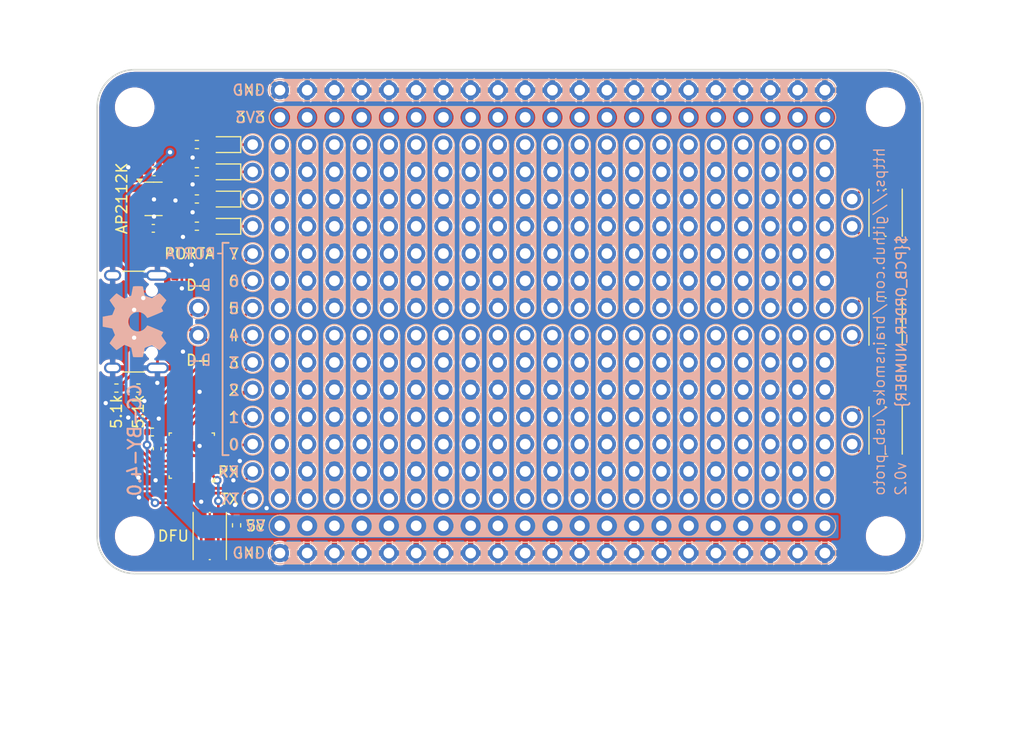
<source format=kicad_pcb>
(kicad_pcb (version 20240108) (generator "pcbnew") (generator_version "8.0")
  (layers (0 "F.Cu" signal) (31 "B.Cu" signal) (34 "B.Paste" user) (35 "F.Paste" user) (36 "B.SilkS" user "B.Silkscreen") (37 "F.SilkS" user "F.Silkscreen") (38 "B.Mask" user) (39 "F.Mask" user) (44 "Edge.Cuts" user))
  (net 0 "")
  (net 1 "GND")
  (net 2 "VCC")
  (net 3 "D+")
  (net 5 "D-")
  (net 6 "Net-(J1-CC2)")
  (net 7 "Net-(J1-CC1)")
  (net 9 "Net-(J6-Pin_1)")
  (net 10 "Net-(J7-Pin_1)")
  (net 11 "3V3")
  (net 12 "Net-(J8-Pin_1)")
  (net 13 "Net-(J9-Pin_1)")
  (net 14 "Net-(J10-Pin_1)")
  (net 15 "Net-(J11-Pin_1)")
  (net 16 "Net-(J12-Pin_1)")
  (net 17 "Net-(J13-Pin_1)")
  (net 18 "Net-(J14-Pin_1)")
  (net 19 "Net-(J15-Pin_1)")
  (net 20 "Net-(J16-Pin_1)")
  (net 21 "Net-(J17-Pin_1)")
  (net 22 "Net-(J18-Pin_1)")
  (net 23 "Net-(J19-Pin_1)")
  (net 24 "Net-(J20-Pin_1)")
  (net 25 "Net-(J21-Pin_1)")
  (net 26 "Net-(J22-Pin_1)")
  (net 27 "Net-(J23-Pin_1)")
  (net 28 "Net-(J24-Pin_1)")
  (net 29 "Net-(J25-Pin_1)")
  (net 30 "Net-(J26-Pin_1)")
  (net 31 "Net-(J27-Pin_1)")
  (net 32 "Net-(J28-Pin_1)")
  (net 33 "Net-(J29-Pin_1)")
  (net 34 "Net-(J30-Pin_1)")
  (net 35 "Net-(J31-Pin_1)")
  (net 36 "Net-(J32-Pin_1)")
  (net 37 "Net-(J33-Pin_1)")
  (net 38 "Net-(J34-Pin_1)")
  (net 39 "Net-(J35-Pin_1)")
  (net 40 "Net-(J36-Pin_1)")
  (net 41 "Net-(J37-Pin_1)")
  (net 43 "A0")
  (net 44 "TX")
  (net 45 "A1")
  (net 46 "A7")
  (net 48 "A2")
  (net 50 "A6")
  (net 51 "A4")
  (net 54 "A5")
  (net 55 "A3")
  (net 56 "Net-(J40-Pin_1)")
  (net 57 "Net-(J41-Pin_1)")
  (net 59 "Net-(J42-Pin_1)")
  (net 63 "Net-(J43-Pin_1)")
  (net 64 "RX")
  (net 65 "Net-(J44-Pin_1)")
  (net 66 "Net-(J45-Pin_1)")
  (net 67 "Net-(SW1-B)")
  (net 68 "SWDCLK")
  (net 69 "SWDIO")
  (net 70 "Net-(J47-Pin_1)")
  (net 71 "Net-(J48-Pin_1)")
  (net 72 "Net-(J49-Pin_1)")
  (net 73 "Net-(J50-Pin_1)")
  (net 74 "Net-(J51-Pin_1)")
  (net 75 "Net-(J52-Pin_1)")
  (net 76 "Net-(J53-Pin_1)")
  (net 77 "Net-(J54-Pin_1)")
  (net 78 "Net-(J55-Pin_1)")
  (net 79 "Net-(J56-Pin_1)")
  (net 80 "Net-(D1-K)")
  (net 81 "Net-(D1-A)")
  (net 82 "Net-(D2-K)")
  (net 83 "Net-(D2-A)")
  (net 84 "Net-(D3-A)")
  (net 85 "Net-(D3-K)")
  (net 86 "Net-(D4-A)")
  (net 87 "Net-(D4-K)")
  (footprint "Library:PinHeader_1x07_P2.54mm_Vertical" (layer "F.Cu") (at 10.16 -16.51)
    (property "Reference" "J9" (hide yes))
    (property "Value" "Conn_01x07_Pin" (hide yes))
  )
  (footprint "MountingHole:MountingHole_3.2mm_M3_DIN965" (layer "F.Cu") (at 59 20)
    (property "Reference" "REF**" (hide yes))
    (property "Value" "MountingHole_3.2mm_M3_DIN965")
  )
  (footprint "Library:PinHeader_1x07_P2.54mm_Vertical" (layer "F.Cu") (at 53.34 -16.51)
    (property "Reference" "J51" (hide yes))
    (property "Value" "Conn_01x07_Pin" (hide yes))
  )
  (footprint "Library:USB_C_Receptacle_HRO_TYPE-C-31-M-12" (layer "F.Cu") (at -12.005 0 -90)
    (property "Reference" "J1" (hide yes))
    (property "Value" "USB_C_Receptacle_USB2.0")
  )
  (footprint "Library:PinHeader_1x07_P2.54mm_Vertical" (layer "F.Cu") (at 35.56 -16.51)
    (property "Reference" "J19" (hide yes))
    (property "Value" "Conn_01x07_Pin" (hide yes))
  )
  (footprint "Library:PinHeader_1x07_P2.54mm_Vertical" (layer "F.Cu") (at 43.18 1.27)
    (property "Reference" "J52" (hide yes))
    (property "Value" "Conn_01x07_Pin" (hide yes))
  )
  (footprint "Button_Switch_SMD:SW_Push_1P1T_NO_CK_KMR2" (layer "F.Cu") (at 59 0 90)
    (property "Reference" "SW3" (hide yes))
    (property "Value" "SW_SPST")
  )
  (footprint "Library:PinHeader_1x07_P2.54mm_Vertical" (layer "F.Cu") (at 10.16 1.27)
    (property "Reference" "J25" (hide yes))
    (property "Value" "Conn_01x07_Pin" (hide yes))
  )
  (footprint "Library:PinHeader_1x04" (layer "F.Cu") (at 0 -16.51)
    (property "Reference" "J57" (hide yes))
    (property "Value" "Conn_01x04_Pin" (hide yes))
  )
  (footprint "Library:PinHeader_1x07_P2.54mm_Vertical" (layer "F.Cu") (at 25.4 -16.51)
    (property "Reference" "J15" (hide yes))
    (property "Value" "Conn_01x07_Pin" (hide yes))
  )
  (footprint "Library:PinHeader_1x21_P2.54mm_Vertical" (layer "F.Cu") (at 2.54 21.59 90)
    (property "Reference" "J2" (hide yes))
    (property "Value" "Conn_01x21_Pin")
  )
  (footprint "Library:PinHeader_1x07_P2.54mm_Vertical" (layer "F.Cu") (at 45.72 -16.51)
    (property "Reference" "J48" (hide yes))
    (property "Value" "Conn_01x07_Pin" (hide yes))
  )
  (footprint "Library:PinSocket_1x01" (layer "F.Cu") (at 55.88 -8.89)
    (property "Reference" "J43" (hide yes))
    (property "Value" "Conn_01x01_Pin")
  )
  (footprint "LED_SMD:LED_0603_1608Metric" (layer "F.Cu") (at -2.6 -11.43 180)
    (property "Reference" "D3" (hide yes))
    (property "Value" "LED")
  )
  (footprint "Library:PinHeader_1x07_P2.54mm_Vertical" (layer "F.Cu") (at 15.24 -16.51)
    (property "Reference" "J11" (hide yes))
    (property "Value" "Conn_01x07_Pin" (hide yes))
  )
  (footprint "Button_Switch_SMD:SW_Push_1P1T_NO_CK_KMR2" (layer "F.Cu") (at -4 20 90)
    (property "Reference" "SW1" (hide yes))
    (property "Value" "SW_SPST")
  )
  (footprint "Library:PinHeader_1x07_P2.54mm_Vertical" (layer "F.Cu") (at 38.1 1.27)
    (property "Reference" "J36" (hide yes))
    (property "Value" "Conn_01x07_Pin" (hide yes))
  )
  (footprint "Library:PinHeader_1x07_P2.54mm_Vertical" (layer "F.Cu") (at 53.34 1.27)
    (property "Reference" "J56" (hide yes))
    (property "Value" "Conn_01x07_Pin" (hide yes))
  )
  (footprint "Capacitor_SMD:C_0402_1005Metric" (layer "F.Cu") (at -9.2 -13.97 180)
    (property "Reference" "C2" (hide yes))
    (property "Value" "1uF")
  )
  (footprint "Library:SWDHeader_covered" (layer "F.Cu") (at -12.7 11.43)
    (property "Reference" "J39" (hide yes))
    (property "Value" "~" (hide yes))
  )
  (footprint "Package_DFN_QFN:QFN-28_4x4mm_P0.5mm" (layer "F.Cu") (at -5.6775 12.5 180)
    (property "Reference" "U1" (hide yes))
    (property "Value" "STM32F042G6Ux")
  )
  (footprint "Library:PinHeader_1x07_P2.54mm_Vertical" (layer "F.Cu") (at 15.24 1.27)
    (property "Reference" "J27" (hide yes))
    (property "Value" "Conn_01x07_Pin" (hide yes))
  )
  (footprint "MountingHole:MountingHole_3.2mm_M3_DIN965" (layer "F.Cu") (at 59 -20)
    (property "Reference" "REF**" (hide yes))
    (property "Value" "MountingHole_3.2mm_M3_DIN965")
  )
  (footprint "Button_Switch_SMD:SW_Push_1P1T_NO_CK_KMR2" (layer "F.Cu") (at 59 10.16 90)
    (property "Reference" "SW4" (hide yes))
    (property "Value" "SW_SPST")
  )
  (footprint "Capacitor_SMD:C_0402_1005Metric" (layer "F.Cu") (at -9.2625 -8.7)
    (property "Reference" "C1" (hide yes))
    (property "Value" "1uF")
  )
  (footprint "LED_SMD:LED_0603_1608Metric" (layer "F.Cu") (at -2.6 -16.51 180)
    (property "Reference" "D1" (hide yes))
    (property "Value" "LED")
  )
  (footprint "Library:PinHeader_1x07_P2.54mm_Vertical" (layer "F.Cu") (at 5.08 1.27)
    (property "Reference" "J23" (hide yes))
    (property "Value" "Conn_01x07_Pin" (hide yes))
  )
  (footprint "Library:PinHeader_1x07_P2.54mm_Vertical" (layer "F.Cu") (at 38.1 -16.51)
    (property "Reference" "J20" (hide yes))
    (property "Value" "Conn_01x07_Pin" (hide yes))
  )
  (footprint "LED_SMD:LED_0603_1608Metric" (layer "F.Cu") (at -2.6 -8.89 180)
    (property "Reference" "D4" (hide yes))
    (property "Value" "LED")
  )
  (footprint "Library:PinHeader_1x07_P2.54mm_Vertical" (layer "F.Cu") (at 40.64 1.27)
    (property "Reference" "J37" (hide yes))
    (property "Value" "Conn_01x07_Pin" (hide yes))
  )
  (footprint "Library:PinHeader_1x07_P2.54mm_Vertical" (layer "F.Cu") (at 2.54 1.27)
    (property "Reference" "J22" (hide yes))
    (property "Value" "Conn_01x07_Pin" (hide yes))
  )
  (footprint "MountingHole:MountingHole_3.2mm_M3_DIN965" (layer "F.Cu") (at -11 20)
    (property "Reference" "REF**" (hide yes))
    (property "Value" "MountingHole_3.2mm_M3_DIN965")
  )
  (footprint "Library:STM32IOHeader" (layer "F.Cu") (at 0 -6.35)
    (property "Reference" "J38" (hide yes))
    (property "Value" "Conn_01x10_Pin" (hide yes))
  )
  (footprint "Capacitor_SMD:C_0402_1005Metric" (layer "F.Cu") (at -8.9 11.85 90)
    (property "Reference" "C3" (hide yes))
    (property "Value" "1uF")
  )
  (footprint "Library:PinHeader_1x02" (layer "F.Cu") (at -5.08 1.27 180)
    (property "Reference" "J46" (hide yes))
    (property "Value" "Conn_01x02_Pin" (hide yes))
  )
  (footprint "Capacitor_SMD:C_0402_1005Metric" (layer "F.Cu") (at -9.35 10.3)
    (property "Reference" "C4" (hide yes))
    (property "Value" "1uF")
  )
  (footprint "Library:PinHeader_1x07_P2.54mm_Vertical" (layer "F.Cu") (at 7.62 1.27)
    (property "Reference" "J24" (hide yes))
    (property "Value" "Conn_01x07_Pin" (hide yes))
  )
  (footprint "Resistor_SMD:R_0402_1005Metric" (layer "F.Cu") (at -1.5 19 -90)
    (property "Reference" "R3" (hide yes))
    (property "Value" "5.1k")
  )
  (footprint "Library:PinHeader_1x07_P2.54mm_Vertical" (layer "F.Cu") (at 22.86 -16.51)
    (property "Reference" "J14" (hide yes))
    (property "Value" "Conn_01x07_Pin" (hide yes))
  )
  (footprint "Library:PinHeader_1x07_P2.54mm_Vertical" (layer "F.Cu") (at 12.7 1.27)
    (property "Reference" "J26" (hide yes))
    (property "Value" "Conn_01x07_Pin" (hide yes))
  )
  (footprint "Library:PinHeader_1x07_P2.54mm_Vertical" (layer "F.Cu") (at 27.94 -16.51)
    (property "Reference" "J16" (hide yes))
    (property "Value" "Conn_01x07_Pin" (hide yes))
  )
  (footprint "Library:PinHeader_1x07_P2.54mm_Vertical" (layer "F.Cu") (at 48.26 1.27)
    (property "Reference" "J54" (hide yes))
    (property "Value" "Conn_01x07_Pin" (hide yes))
  )
  (footprint "Package_TO_SOT_SMD:SOT-23-5" (layer "F.Cu") (at -9.2375 -11.45)
    (property "Reference" "U2" (hide yes))
    (property "Value" "AP2112K-3.3")
  )
  (footprint "Library:PinHeader_1x07_P2.54mm_Vertical" (layer "F.Cu") (at 33.02 1.27)
    (property "Reference" "J34" (hide yes))
    (property "Value" "Conn_01x07_Pin" (hide yes))
  )
  (footprint "Library:PinHeader_1x07_P2.54mm_Vertical" (layer "F.Cu") (at 20.32 1.27)
    (property "Reference" "J29" (hide yes))
    (property "Value" "Conn_01x07_Pin" (hide yes))
  )
  (footprint "Library:PinHeader_1x07_P2.54mm_Vertical" (layer "F.Cu") (at 12.7 -16.51)
    (property "Reference" "J10" (hide yes))
    (property "Value" "Conn_01x07_Pin" (hide yes))
  )
  (footprint "Library:PinHeader_1x07_P2.54mm_Vertical" (layer "F.Cu") (at 17.78 -16.51)
    (property "Reference" "J12" (hide yes))
    (property "Value" "Conn_01x07_Pin" (hide yes))
  )
  (footprint "Library:PinHeader_1x07_P2.54mm_Vertical" (layer "F.Cu") (at 40.64 -16.51)
    (property "Reference" "J21" (hide yes))
    (property "Value" "Conn_01x07_Pin" (hide yes))
  )
  (footprint "Button_Switch_SMD:SW_Push_1P1T_NO_CK_KMR2" (layer "F.Cu") (at 59 -10.16 90)
    (property "Reference" "SW2" (hide yes))
    (property "Value" "SW_SPST")
  )
  (footprint "Library:PinHeader_1x21_P2.54mm_Vertical" (layer "F.Cu") (at 2.539999 -21.59 90)
    (property "Reference" "J4" (hide yes))
    (property "Value" "Conn_01x21_Pin")
  )
  (footprint "Library:PinHeader_1x07_P2.54mm_Vertical" (layer "F.Cu") (at 30.48 1.27)
    (property "Reference" "J33" (hide yes))
    (property "Value" "Conn_01x07_Pin" (hide yes))
  )
  (footprint "Library:PinHeader_1x07_P2.54mm_Vertical" (layer "F.Cu") (at 17.78 1.27)
    (property "Reference" "J28" (hide yes))
    (property "Value" "Conn_01x07_Pin" (hide yes))
  )
  (footprint "MountingHole:MountingHole_3.2mm_M3_DIN965" (layer "F.Cu") (at -11 -20)
    (property "Reference" "REF**" (hide yes))
    (property "Value" "MountingHole_3.2mm_M3_DIN965")
  )
  (footprint "Library:PinHeader_1x07_P2.54mm_Vertical" (layer "F.Cu") (at 48.26 -16.51)
    (property "Reference" "J49" (hide yes))
    (property "Value" "Conn_01x07_Pin" (hide yes))
  )
  (footprint "Library:PinHeader_1x07_P2.54mm_Vertical" (layer "F.Cu") (at 45.72 1.27)
    (property "Reference" "J53" (hide yes))
    (property "Value" "Conn_01x07_Pin" (hide yes))
  )
  (footprint "Library:PinSocket_1x01" (layer "F.Cu") (at 55.88 11.43)
    (property "Reference" "J45" (hide yes))
    (property "Value" "Conn_01x01_Pin")
  )
  (footprint "Library:PinHeader_1x07_P2.54mm_Vertical" (layer "F.Cu") (at 50.8 -16.51)
    (property "Reference" "J50" (hide yes))
    (property "Value" "Conn_01x07_Pin" (hide yes))
  )
  (footprint "Library:PinSocket_1x01" (layer "F.Cu") (at 55.88 -1.27)
    (property "Reference" "J41" (hide yes))
    (property "Value" "Conn_01x01_Pin")
  )
  (footprint "Library:PinHeader_1x07_P2.54mm_Vertical" (layer "F.Cu") (at 7.62 -16.51)
    (property "Reference" "J8" (hide yes))
    (property "Value" "Conn_01x07_Pin" (hide yes))
  )
  (footprint "Library:PinHeader_1x07_P2.54mm_Vertical" (layer "F.Cu") (at 2.54 -16.51)
    (property "Reference" "J6" (hide yes))
    (property "Value" "Conn_01x07_Pin" (hide yes))
  )
  (footprint "Library:PinHeader_1x07_P2.54mm_Vertical" (layer "F.Cu") (at 22.86 1.27)
    (property "Reference" "J30" (hide yes))
    (property "Value" "Conn_01x07_Pin" (hide yes))
  )
  (footprint "Library:PinHeader_1x07_P2.54mm_Vertical" (layer "F.Cu") (at 27.94 1.27)
    (property "Reference" "J32" (hide yes))
    (property "Value" "Conn_01x07_Pin" (hide yes))
  )
  (footprint "Library:PinHeader_1x07_P2.54mm_Vertical" (layer "F.Cu") (at 5.08 -16.51)
    (property "Reference" "J7" (hide yes))
    (property "Value" "Conn_01x07_Pin" (hide yes))
  )
  (footprint "Library:PinHeader_1x07_P2.54mm_Vertical" (layer "F.Cu") (at 33.02 -16.51)
    (property "Reference" "J18" (hide yes))
    (property "Value" "Conn_01x07_Pin" (hide yes))
  )
  (footprint "Library:PinHeader_1x07_P2.54mm_Vertical" (layer "F.Cu") (at 50.8 1.27)
    (property "Reference" "J55" (hide yes))
    (property "Value" "Conn_01x07_Pin" (hide yes))
  )
  (footprint "Library:PinHeader_1x07_P2.54mm_Vertical" (layer "F.Cu") (at 25.4 1.27)
    (property "Reference" "J31" (hide yes))
    (property "Value" "Conn_01x07_Pin" (hide yes))
  )
  (footprint "Library:PinHeader_1x07_P2.54mm_Vertical" (layer "F.Cu") (at 20.32 -16.51)
    (property "Reference" "J13" (hide yes))
    (property "Value" "Conn_01x07_Pin" (hide yes))
  )
  (footprint "Library:PinHeader_1x07_P2.54mm_Vertical" (layer "F.Cu") (at 35.56 1.27)
    (property "Reference" "J35" (hide yes))
    (property "Value" "Conn_01x07_Pin" (hide yes))
  )
  (footprint "Resistor_SMD:R_0402_1005Metric" (layer "F.Cu") (at -5.2 -11.44)
    (property "Reference" "R6" (hide yes))
    (property "Value" "5.1k")
  )
  (footprint "Library:PinSocket_1x01" (layer "F.Cu") (at 55.88 1.27)
    (property "Reference" "J44" (hide yes))
    (property "Value" "Conn_01x01_Pin")
  )
  (footprint "Resistor_SMD:R_0402_1005Metric" (layer "F.Cu") (at -10.65 6.2 180)
    (property "Reference" "R2" (hide yes))
    (property "Value" "5.1k")
  )
  (footprint "Resistor_SMD:R_0402_1005Metric" (layer "F.Cu") (at -5.2 -13.98)
    (property "Reference" "R5" (hide yes))
    (property "Value" "5.1k")
  )
  (footprint "Library:PinHeader_1x21_P2.54mm_Vertical" (layer "F.Cu") (at 2.54 -19.05 90)
    (property "Reference" "J5" (hide yes))
    (property "Value" "Conn_01x21_Pin")
  )
  (footprint "Library:PinHeader_1x07_P2.54mm_Vertical" (layer "F.Cu") (at 43.18 -16.51)
    (property "Reference" "J47" (hide yes))
    (property "Value" "Conn_01x07_Pin" (hide yes))
  )
  (footprint "LED_SMD:LED_0603_1608Metric" (layer "F.Cu") (at -2.6 -13.97 180)
    (property "Reference" "D2" (hide yes))
    (property "Value" "LED")
  )
  (footprint "Resistor_SMD:R_0402_1005Metric" (layer "F.Cu") (at -5.2 -16.52)
    (property "Reference" "R4" (hide yes))
    (property "Value" "5.1k")
  )
  (footprint "Library:PinHeader_1x21_P2.54mm_Vertical" (layer "F.Cu") (at 2.54 19.05 90)
    (property "Reference" "J3" (hide yes))
    (property "Value" "Conn_01x21_Pin")
  )
  (footprint "Resistor_SMD:R_0402_1005Metric" (layer "F.Cu") (at -5.2 -8.9)
    (property "Reference" "R7" (hide yes))
    (property "Value" "5.1k")
  )
  (footprint "Library:PinSocket_1x01" (layer "F.Cu") (at 55.88 -11.43)
    (property "Reference" "J40" (hide yes))
    (property "Value" "Conn_01x01_Pin")
  )
  (footprint "Library:PinSocket_1x01" (layer "F.Cu") (at 55.88 8.89)
    (property "Reference" "J42" (hide yes))
    (property "Value" "Conn_01x01_Pin")
  )
  (footprint "Resistor_SMD:R_0402_1005Metric" (layer "F.Cu") (at -12.7 6.2)
    (property "Reference" "R1" (hide yes))
    (property "Value" "5.1k")
  )
  (footprint "Library:PinHeader_1x07_P2.54mm_Vertical" (layer "F.Cu") (at 30.48 -16.51)
    (property "Reference" "J17" (hide yes))
    (property "Value" "Conn_01x07_Pin" (hide yes))
  )
  (footprint "Symbol:OSHW-Symbol_6.7x6mm_SilkScreen" (layer "B.Cu") (at -11 0 -90)
    (property "Reference" "REF**" (hide yes))
    (property "Value" "OSHW-Symbol_6.7x6mm_SilkScreen" (hide yes))
  )
  (gr_arc (start 59 -23.5) (mid 61.474874 -22.474874) (end 62.5 -20) (stroke (width 0.15)) (layer "Edge.Cuts"))
  (gr_arc (start -14.5 -20) (mid -13.474874 -22.474874) (end -11 -23.5) (stroke (width 0.15)) (layer "Edge.Cuts"))
  (gr_line (start 62.5 20) (end 62.5 -20) (stroke (width 0.15)) (layer "Edge.Cuts"))
  (gr_arc (start 62.5 20) (mid 61.474874 22.474874) (end 59 23.5) (stroke (width 0.15)) (layer "Edge.Cuts"))
  (gr_line (start -14.5 -20) (end -14.5 20) (stroke (width 0.15)) (layer "Edge.Cuts"))
  (gr_line (start -11 23.5) (end 59 23.5) (stroke (width 0.15)) (layer "Edge.Cuts"))
  (gr_arc (start -11 23.5) (mid -13.474874 22.474874) (end -14.5 20) (stroke (width 0.15)) (layer "Edge.Cuts"))
  (gr_line (start 59 -23.5) (end -11 -23.5) (stroke (width 0.15)) (layer "Edge.Cuts"))
  (gr_text "3V3" (at 1.27 -19.05 0) (layer "B.SilkS") (effects (font (size 1 1)) (justify left mirror)))
  (gr_text "D+" (at -3.76 3.6 0) (layer "B.SilkS") (effects (font (size 1 1)) (justify left mirror)))
  (gr_text "5V" (at 1.27 19.05 0) (layer "B.SilkS") (effects (font (size 1 1)) (justify left mirror)))
  (gr_text "v0.2" (at 61 14.666668 90) (layer "B.SilkS") (effects (font (size 1 1) (thickness 0.125)) (justify bottom mirror)))
  (gr_text "CC-BY-4.0" (at -11 5.7 90) (layer "B.SilkS") (effects (font (size 1.2 1.2) (thickness 0.2) (bold yes)) (justify left mirror)))
  (gr_text "${PCB_ORDER_NUMBER}" (at 61 0 90) (layer "B.SilkS") (effects (font (size 0.9 0.9) (thickness 0.15) (bold yes)) (justify bottom mirror)))
  (gr_text "https://github.com/brainsmoke/usb_proto" (at 59 0 90) (layer "B.SilkS") (effects (font (size 1 1) (thickness 0.125)) (justify bottom mirror)))
  (gr_text "GND" (at 1.27 -21.59 0) (layer "B.SilkS") (effects (font (size 1 1)) (justify left mirror)))
  (gr_text "D-" (at -3.76 -3.4 0) (layer "B.SilkS") (effects (font (size 1 1)) (justify left mirror)))
  (gr_text "GND" (at 1.27 21.59 0) (layer "B.SilkS") (effects (font (size 1 1)) (justify left mirror)))
  (gr_text "D-" (at -6.3 -3.4 0) (layer "F.SilkS") (effects (font (size 1 1)) (justify left)))
  (gr_text "GND" (at 1.27 21.59 0) (layer "F.SilkS") (effects (font (size 1 1)) (justify right)))
  (gr_text "D+" (at -6.3 3.6 0) (layer "F.SilkS") (effects (font (size 1 1)) (justify left)))
  (gr_text "DFU" (at -7.4 20 0) (layer "F.SilkS") (effects (font (size 1 1))))
  (gr_text "5V" (at 1.27 19.05 0) (layer "F.SilkS") (effects (font (size 1 1)) (justify right)))
  (gr_text "GND" (at 1.27 -21.59 0) (layer "F.SilkS") (effects (font (size 1 1)) (justify right)))
  (gr_text "3V3" (at 1.27 -19.05 0) (layer "F.SilkS") (effects (font (size 1 1)) (justify right)))
  (gr_text "AP2112K" (at -12.2 -11.5 90) (layer "F.SilkS") (effects (font (size 1 1))))
  (segment (start -5.05 11.5) (end -4.95 11.6) (width 0.25) (layer "F.Cu") (net 1))
  (segment (start -4 17.200001) (end -4.400001 16.8) (width 0.2) (layer "F.Cu") (net 1))
  (segment (start -7.96 3.25) (end -7.96 3.34) (width 0.25) (layer "F.Cu") (net 1))
  (segment (start -7.96 -3.25) (end -7.96 -4.14) (width 0.6) (layer "F.Cu") (net 1))
  (segment (start -10.375 -11.45) (end -9.25 -11.45) (width 0.25) (layer "F.Cu") (net 1))
  (segment (start -7.96 3.25) (end -8.65 3.25) (width 0.25) (layer "F.Cu") (net 1))
  (segment (start -7.96 -3.25) (end -7.96 -3.405) (width 0.25) (layer "F.Cu") (net 1))
  (segment (start -8.9 10.33) (end -8.87 10.3) (width 0.25) (layer "F.Cu") (net 1))
  (segment (start -8.65 3.25) (end -8.9 3.5) (width 0.25) (layer "F.Cu") (net 1))
  (segment (start -4 17.200001) (end -4 22.9) (width 0.2) (layer "F.Cu") (net 1))
  (segment (start -7.96 -4.14) (end -7.7 -4.4) (width 0.25) (layer "F.Cu") (net 1))
  (segment (start -9.25 -11.45) (end -9.2 -11.4) (width 0.25) (layer "F.Cu") (net 1))
  (segment (start -8.9 11.37) (end -8.9 10.33) (width 0.25) (layer "F.Cu") (net 1))
  (segment (start -7.96 3.34) (end -7.2 4.1) (width 0.7) (layer "F.Cu") (net 1))
  (segment (start -8.3 11.5) (end -8.43 11.37) (width 0.25) (layer "F.Cu") (net 1))
  (segment (start -7.615 11.5) (end -5.05 11.5) (width 0.25) (layer "F.Cu") (net 1))
  (segment (start -8.9 3.5) (end -8.875 3.525) (width 0.25) (layer "F.Cu") (net 1))
  (segment (start -4.400001 16.8) (end -4.8 16.8) (width 0.2) (layer "F.Cu") (net 1))
  (segment (start -8.875 3.525) (end -8.875 4.32) (width 0.25) (layer "F.Cu") (net 1))
  (segment (start -8.43 11.37) (end -8.9 11.37) (width 0.25) (layer "F.Cu") (net 1))
  (segment (start -7.615 11.5) (end -8.3 11.5) (width 0.25) (layer "F.Cu") (net 1))
  (via (at -8.75 9.05) (size 0.8) (drill 0.4) (layers "F.Cu" "B.Cu") (net 1))
  (via (at -11.05 1.5) (size 0.8) (drill 0.4) (layers "F.Cu" "B.Cu") (net 1))
  (via (at -1.8 14.8) (size 0.8) (drill 0.4) (layers "F.Cu" "B.Cu") (net 1))
  (via (at -5.6 -10.2) (size 0.8) (drill 0.4) (layers "F.Cu" "B.Cu") (net 1))
  (via (at -13.7 7.6) (size 0.8) (drill 0.4) (layers "F.Cu" "B.Cu") (net 1))
  (via (at -9.05 14.8) (size 0.8) (drill 0.4) (layers "F.Cu" "B.Cu") (net 1))
  (via (at -11.6 8.95) (size 0.8) (drill 0.4) (layers "F.Cu" "B.Cu") (net 1))
  (via (at -4.95 6.55) (size 0.8) (drill 0.4) (layers "F.Cu" "B.Cu") (net 1))
  (via (at -5.7 -5.3) (size 0.8) (drill 0.4) (layers "F.Cu" "B.Cu") (net 1))
  (via (at -10.1 7.4) (size 0.8) (drill 0.4) (layers "F.Cu" "B.Cu") (net 1))
  (via (at -4.95 11.6) (size 0.8) (drill 0.4) (layers "F.Cu" "B.Cu") (net 1))
  (via (at -5.6 -12.8) (size 0.8) (drill 0.4) (layers "F.Cu" "B.Cu") (net 1))
  (via (at -11.6 -14.4) (size 0.8) (drill 0.4) (layers "F.Cu" "B.Cu") (net 1))
  (via (at -9.2 -11.4) (size 0.8) (drill 0.4) (layers "F.Cu" "B.Cu") (net 1))
  (via (at -1.2 13) (size 0.8) (drill 0.4) (layers "F.Cu" "B.Cu") (net 1))
  (via (at -8.89 5.715) (size 0.8) (drill 0.4) (layers "F.Cu" "B.Cu") (net 1))
  (via (at -6.5 -7.9) (size 0.8) (drill 0.4) (layers "F.Cu" "B.Cu") (net 1))
  (via (at -10.65 14.55) (size 0.8) (drill 0.4) (layers "F.Cu" "B.Cu") (net 1))
  (via (at -10.6 16.4) (size 0.8) (drill 0.4) (layers "F.Cu" "B.Cu") (net 1))
  (via (at -5.6 -15.3) (size 0.8) (drill 0.4) (layers "F.Cu" "B.Cu") (net 1))
  (via (at -4.8 16.8) (size 0.8) (drill 0.4) (layers "F.Cu" "B.Cu") (net 1))
  (via (at -1.65 17.1) (size 0.8) (drill 0.4) (layers "F.Cu" "B.Cu") (net 1))
  (via (at -9.2 -9.8) (size 0.8) (drill 0.4) (layers "F.Cu" "B.Cu") (net 1))
  (via (at 1.3 17.4) (size 0.8) (drill 0.4) (layers "F.Cu" "B.Cu") (net 1))
  (via (at -7.2 -11.3) (size 0.8) (drill 0.4) (layers "F.Cu" "B.Cu") (net 1))
  (via (at -11.05 -1.1) (size 0.8) (drill 0.4) (layers "F.Cu" "B.Cu") (net 1))
  (segment (start -8.875 4.32) (end -8.875 4.775) (width 0.25) (layer "B.Cu") (net 1))
  (segment (start -7.91 2.5) (end -7.96 2.45) (width 0.5) (layer "F.Cu") (net 2))
  (segment (start -6.08 -16.52) (end -5.71 -16.52) (width 0.25) (layer "F.Cu") (net 2))
  (segment (start -6.5 -16.1) (end -6.08 -16.52) (width 0.25) (layer "F.Cu") (net 2))
  (segment (start -6.6 -3.1) (end -7.25 -2.45) (width 0.25) (layer "F.Cu") (net 2))
  (segment (start -6.5 -13.7) (end -6.22 -13.98) (width 0.25) (layer "F.Cu") (net 2))
  (segment (start -6.6 -3.1) (end -6.6 -5.6) (width 0.25) (layer "F.Cu") (net 2))
  (segment (start -5.7 -6.5) (end -5.71 -6.51) (width 0.25) (layer "F.Cu") (net 2))
  (segment (start -6.5 -13.7) (end -6.5 -11.88) (width 0.25) (layer "F.Cu") (net 2))
  (segment (start -6.5 -11.88) (end -6.06 -11.44) (width 0.25) (layer "F.Cu") (net 2))
  (segment (start -7.25 -2.45) (end -7.96 -2.45) (width 0.25) (layer "F.Cu") (net 2))
  (segment (start -6.5 -11) (end -6.5 -9.2) (width 0.25) (layer "F.Cu") (net 2))
  (segment (start -6.5 2.8) (end -6.5 2.785) (width 0.5) (layer "F.Cu") (net 2))
  (segment (start -6.5 -9.2) (end -6.2 -8.9) (width 0.25) (layer "F.Cu") (net 2))
  (segment (start -6.5 -13.7) (end -6.5 -16.1) (width 0.25) (layer "F.Cu") (net 2))
  (segment (start -6.06 -11.44) (end -6.5 -11) (width 0.25) (layer "F.Cu") (net 2))
  (segment (start -6.785 2.5) (end -7.91 2.5) (width 0.5) (layer "F.Cu") (net 2))
  (segment (start -5.71 -6.51) (end -5.71 -8.9) (width 0.25) (layer "F.Cu") (net 2))
  (segment (start -5.71 -11.44) (end -6.06 -11.44) (width 0.25) (layer "F.Cu") (net 2))
  (segment (start -6.6 -5.6) (end -5.7 -6.5) (width 0.25) (layer "F.Cu") (net 2))
  (segment (start -6.5 2.785) (end -6.785 2.5) (width 0.5) (layer "F.Cu") (net 2))
  (segment (start -6.22 -13.98) (end -5.71 -13.98) (width 0.25) (layer "F.Cu") (net 2))
  (segment (start -6.2 -8.9) (end -5.71 -8.9) (width 0.25) (layer "F.Cu") (net 2))
  (via (at -10.2 -2.2) (size 0.8) (drill 0.4) (layers "F.Cu" "B.Cu") (net 2))
  (via (at -6.6 -3.1) (size 0.8) (drill 0.4) (layers "F.Cu" "B.Cu") (net 2))
  (via (at -6.5 2.8) (size 0.8) (drill 0.4) (layers "F.Cu" "B.Cu") (net 2))
  (segment (start -4.1 1.9) (end -4.1 2.55) (width 0.25) (layer "F.Cu") (net 3))
  (segment (start -8.985 0.75) (end -7.96 0.75) (width 0.25) (layer "F.Cu") (net 3))
  (segment (start -9.55 13.5) (end -7.615 13.5) (width 0.25) (layer "F.Cu") (net 3))
  (segment (start -8.985 -0.25) (end -9.16 -0.075) (width 0.25) (layer "F.Cu") (net 3))
  (segment (start -9.16 -0.075) (end -9.16 0.575) (width 0.25) (layer "F.Cu") (net 3))
  (segment (start -11.05 12) (end -9.55 13.5) (width 0.25) (layer "F.Cu") (net 3))
  (segment (start -9.16 0.575) (end -8.985 0.75) (width 0.25) (layer "F.Cu") (net 3))
  (segment (start -4.73 1.27) (end -4.1 1.9) (width 0.25) (layer "F.Cu") (net 3))
  (segment (start -5.08 1.27) (end -4.73 1.27) (width 0.25) (layer "F.Cu") (net 3))
  (segment (start -11.05 9.5) (end -11.05 12) (width 0.25) (layer "F.Cu") (net 3))
  (segment (start -5.6 0.75) (end -5.08 1.27) (width 0.25) (layer "F.Cu") (net 3))
  (segment (start -7.96 0.75) (end -5.6 0.75) (width 0.25) (layer "F.Cu") (net 3))
  (segment (start -4.1 2.55) (end -11.05 9.5) (width 0.25) (layer "F.Cu") (net 3))
  (segment (start -7.96 -0.25) (end -8.985 -0.25) (width 0.25) (layer "F.Cu") (net 3))
  (segment (start -7.96 0.25) (end -7.05 0.25) (width 0.25) (layer "F.Cu") (net 5))
  (segment (start -6.8 -0.5) (end -5.85 -0.5) (width 0.25) (layer "F.Cu") (net 5))
  (segment (start -10.6 9.7) (end -10.6 11.813604) (width 0.25) (layer "F.Cu") (net 5))
  (segment (start -6.8 0) (end -6.8 -0.5) (width 0.25) (layer "F.Cu") (net 5))
  (segment (start -3.6 0.21) (end -3.6 2.7) (width 0.25) (layer "F.Cu") (net 5))
  (segment (start -7.05 -0.75) (end -7.96 -0.75) (width 0.25) (layer "F.Cu") (net 5))
  (segment (start -3.6 2.7) (end -10.6 9.7) (width 0.25) (layer "F.Cu") (net 5))
  (segment (start -5.08 -1.27) (end -3.6 0.21) (width 0.25) (layer "F.Cu") (net 5))
  (segment (start -7.05 0.25) (end -6.8 0) (width 0.25) (layer "F.Cu") (net 5))
  (segment (start -6.8 -0.5) (end -7.05 -0.75) (width 0.25) (layer "F.Cu") (net 5))
  (segment (start -9.413604 13) (end -7.615 13) (width 0.25) (layer "F.Cu") (net 5))
  (segment (start -10.6 11.813604) (end -9.413604 13) (width 0.25) (layer "F.Cu") (net 5))
  (segment (start -5.85 -0.5) (end -5.08 -1.27) (width 0.25) (layer "F.Cu") (net 5))
  (segment (start -7.96 1.75) (end -9.254949 1.75) (width 0.25) (layer "F.Cu") (net 6))
  (segment (start -11.16 5.446396) (end -11.16 6.2) (width 0.25) (layer "F.Cu") (net 6))
  (segment (start -9.254949 1.75) (end -10.8 3.295051) (width 0.25) (layer "F.Cu") (net 6))
  (segment (start -10.8 3.295051) (end -10.8 5.086396) (width 0.25) (layer "F.Cu") (net 6))
  (segment (start -10.8 5.086396) (end -11.16 5.446396) (width 0.25) (layer "F.Cu") (net 6))
  (segment (start -9.7 -0.7) (end -9.15 -1.25) (width 0.25) (layer "F.Cu") (net 7))
  (segment (start -9.7 1.4) (end -9.7 -0.7) (width 0.25) (layer "F.Cu") (net 7))
  (segment (start -11.25 2.95) (end -9.7 1.4) (width 0.25) (layer "F.Cu") (net 7))
  (segment (start -12.190001 6.2) (end -12.190001 5.840001) (width 0.25) (layer "F.Cu") (net 7))
  (segment (start -12.190001 5.840001) (end -11.25 4.9) (width 0.25) (layer "F.Cu") (net 7))
  (segment (start -11.25 4.9) (end -11.25 2.95) (width 0.25) (layer "F.Cu") (net 7))
  (segment (start -9.15 -1.25) (end -7.96 -1.25) (width 0.25) (layer "F.Cu") (net 7))
  (segment (start 2.54 -16.51) (end 2.54 -1.27) (width 1) (layer "F.Cu") (net 9))
  (segment (start 2.54 -1.27) (end 2.54 -13.97) (width 1) (layer "B.Cu") (net 9))
  (segment (start 2.54 -13.97) (end 2.54 -16.51) (width 1) (layer "B.Cu") (net 9))
  (segment (start 5.08 -16.51) (end 5.08 -1.27) (width 1) (layer "F.Cu") (net 10))
  (segment (start 5.08 -13.97) (end 5.08 -1.27) (width 1) (layer "B.Cu") (net 10))
  (segment (start 5.08 -16.51) (end 5.08 -13.97) (width 1) (layer "B.Cu") (net 10))
  (segment (start -5.850001 16.9) (end -4.8 17.950001) (width 0.25) (layer "F.Cu") (net 11))
  (segment (start -1.8 12.5) (end -1.7 12.4) (width 0.25) (layer "F.Cu") (net 11))
  (segment (start -9.447208 12.33) (end -8.9 12.33) (width 0.25) (layer "F.Cu") (net 11))
  (segment (start -4.8 17.950001) (end -4.8 22.049999) (width 0.25) (layer "F.Cu") (net 11))
  (segment (start -6.04 12) (end -5.54 12.5) (width 0.25) (layer "F.Cu") (net 11))
  (segment (start -8.1 -12.4) (end -7.7 -12.8) (width 0.25) (layer "F.Cu") (net 11))
  (segment (start -1.7 12.099695) (end -1.799695 12) (width 0.25) (layer "F.Cu") (net 11))
  (segment (start -4.8 12.5) (end -5.45 12.5) (width 0.25) (layer "F.Cu") (net 11))
  (segment (start -3.740001 12.5) (end -1.8 12.5) (width 0.25) (layer "F.Cu") (net 11))
  (segment (start -5.45 12.5) (end -7.614999 12.5) (width 0.25) (layer "F.Cu") (net 11))
  (segment (start -4.3 12) (end -4.8 12.5) (width 0.25) (layer "F.Cu") (net 11))
  (segment (start -1.7 12.4) (end -1.7 12.099695) (width 0.25) (layer "F.Cu") (net 11))
  (segment (start -9.83 10.3) (end -9.85 10.32) (width 0.25) (layer "F.Cu") (net 11))
  (segment (start -9.85 11.5) (end -9.85 11.927208) (width 0.25) (layer "F.Cu") (net 11))
  (segment (start -8.1 12) (end -8.43 12.33) (width 0.25) (layer "F.Cu") (net 11))
  (segment (start -5.45 12.5) (end -5.54 12.5) (width 0.25) (layer "F.Cu") (net 11))
  (segment (start -7.615 12) (end -8.1 12) (width 0.25) (layer "F.Cu") (net 11))
  (segment (start -7.615 12) (end -6.04 12) (width 0.25) (layer "F.Cu") (net 11))
  (segment (start -9.85 11.927208) (end -9.447208 12.33) (width 0.25) (layer "F.Cu") (net 11))
  (segment (start -1.799695 12) (end -4.3 12) (width 0.25) (layer "F.Cu") (net 11))
  (segment (start -9.85 10.32) (end -9.85 11.5) (width 0.25) (layer "F.Cu") (net 11))
  (segment (start -7.7 -12.8) (end -7.7 -15.8) (width 0.25) (layer "F.Cu") (net 11))
  (segment (start -9.1 16.9) (end -5.850001 16.9) (width 0.25) (layer "F.Cu") (net 11))
  (segment (start -8.43 12.33) (end -8.9 12.33) (width 0.25) (layer "F.Cu") (net 11))
  (via (at -9.1 16.9) (size 0.8) (drill 0.4) (layers "F.Cu" "B.Cu") (net 11))
  (via (at -9.85 11.5) (size 0.8) (drill 0.4) (layers "F.Cu" "B.Cu") (net 11))
  (via (at -7.7 -15.8) (size 0.8) (drill 0.4) (layers "F.Cu" "B.Cu") (net 11))
  (segment (start -11.8 -11.7) (end -7.7 -15.8) (width 0.25) (layer "B.Cu") (net 11))
  (segment (start -9.1 16.9) (end -9.837347 16.162653) (width 0.25) (layer "B.Cu") (net 11))
  (segment (start -9.837347 16.162653) (end -9.837347 9.462653) (width 0.25) (layer "B.Cu") (net 11))
  (segment (start -9.837347 9.462653) (end -11.8 7.5) (width 0.25) (layer "B.Cu") (net 11))
  (segment (start -11.8 7.5) (end -11.8 -11.7) (width 0.25) (layer "B.Cu") (net 11))
  (segment (start 7.62 -16.51) (end 7.62 -1.27) (width 1) (layer "F.Cu") (net 12))
  (segment (start 7.62 -16.51) (end 7.62 -13.97) (width 1) (layer "B.Cu") (net 12))
  (segment (start 7.62 -1.27) (end 7.62 -13.97) (width 1) (layer "B.Cu") (net 12))
  (segment (start 10.16 -16.51) (end 10.16 -1.27) (width 1) (layer "F.Cu") (net 13))
  (segment (start 10.16 -16.51) (end 10.16 -13.97) (width 1) (layer "B.Cu") (net 13))
  (segment (start 10.16 -13.97) (end 10.16 -1.27) (width 1) (layer "B.Cu") (net 13))
  (segment (start 12.7 -16.51) (end 12.7 -1.27) (width 1) (layer "F.Cu") (net 14))
  (segment (start 12.7 -13.97) (end 12.7 -1.27) (width 1) (layer "B.Cu") (net 14))
  (segment (start 12.7 -16.51) (end 12.7 -13.97) (width 1) (layer "B.Cu") (net 14))
  (segment (start 15.24 -16.51) (end 15.24 -1.27) (width 1) (layer "F.Cu") (net 15))
  (segment (start 15.24 -1.27) (end 15.24 -13.97) (width 1) (layer "B.Cu") (net 15))
  (segment (start 15.24 -13.97) (end 15.24 -16.51) (width 1) (layer "B.Cu") (net 15))
  (segment (start 17.78 -16.51) (end 17.78 -1.27) (width 1) (layer "F.Cu") (net 16))
  (segment (start 17.78 -16.51) (end 17.78 -13.97) (width 1) (layer "B.Cu") (net 16))
  (segment (start 17.78 -13.97) (end 17.78 -1.27) (width 1) (layer "B.Cu") (net 16))
  (segment (start 20.32 -16.51) (end 20.32 -1.27) (width 1) (layer "F.Cu") (net 17))
  (segment (start 20.32 -1.27) (end 20.32 -13.97) (width 1) (layer "B.Cu") (net 17))
  (segment (start 20.32 -13.97) (end 20.32 -16.51) (width 1) (layer "B.Cu") (net 17))
  (segment (start 22.86 -16.51) (end 22.86 -1.27) (width 1) (layer "F.Cu") (net 18))
  (segment (start 22.86 -16.51) (end 22.86 -13.97) (width 1) (layer "B.Cu") (net 18))
  (segment (start 22.86 -13.97) (end 22.86 -1.27) (width 1) (layer "B.Cu") (net 18))
  (segment (start 25.4 -16.51) (end 25.4 -1.27) (width 1) (layer "F.Cu") (net 19))
  (segment (start 25.4 -13.97) (end 25.4 -16.51) (width 1) (layer "B.Cu") (net 19))
  (segment (start 25.4 -1.27) (end 25.4 -13.97) (width 1) (layer "B.Cu") (net 19))
  (segment (start 27.94 -16.51) (end 27.94 -1.27) (width 1) (layer "F.Cu") (net 20))
  (segment (start 27.94 -13.97) (end 27.94 -1.27) (width 1) (layer "B.Cu") (net 20))
  (segment (start 27.94 -16.51) (end 27.94 -13.97) (width 1) (layer "B.Cu") (net 20))
  (segment (start 30.48 -16.51) (end 30.48 -1.27) (width 1) (layer "F.Cu") (net 21))
  (segment (start 30.48 -13.97) (end 30.48 -16.51) (width 1) (layer "B.Cu") (net 21))
  (segment (start 30.48 -1.27) (end 30.48 -13.97) (width 1) (layer "B.Cu") (net 21))
  (segment (start 33.02 -16.51) (end 33.02 -1.27) (width 1) (layer "F.Cu") (net 22))
  (segment (start 33.02 -16.51) (end 33.02 -13.97) (width 1) (layer "B.Cu") (net 22))
  (segment (start 33.02 -13.97) (end 33.02 -1.27) (width 1) (layer "B.Cu") (net 22))
  (segment (start 35.56 -16.51) (end 35.56 -1.27) (width 1) (layer "F.Cu") (net 23))
  (segment (start 35.56 -1.27) (end 35.56 -13.97) (width 1) (layer "B.Cu") (net 23))
  (segment (start 35.56 -13.97) (end 35.56 -16.51) (width 1) (layer "B.Cu") (net 23))
  (segment (start 38.1 -16.51) (end 38.1 -1.27) (width 1) (layer "F.Cu") (net 24))
  (segment (start 38.1 -16.51) (end 38.1 -13.97) (width 1) (layer "B.Cu") (net 24))
  (segment (start 38.1 -13.97) (end 38.1 -1.27) (width 1) (layer "B.Cu") (net 24))
  (segment (start 40.64 -16.51) (end 40.64 -1.27) (width 1) (layer "F.Cu") (net 25))
  (segment (start 40.64 -1.27) (end 40.64 -13.97) (width 1) (layer "B.Cu") (net 25))
  (segment (start 40.64 -13.97) (end 40.64 -16.51) (width 1) (layer "B.Cu") (net 25))
  (segment (start 2.54 1.27) (end 2.54 16.51) (width 1) (layer "F.Cu") (net 26))
  (segment (start 2.54 1.27) (end 2.54 3.81) (width 1) (layer "B.Cu") (net 26))
  (segment (start 2.54 3.81) (end 2.54 16.51) (width 1) (layer "B.Cu") (net 26))
  (segment (start 5.08 1.27) (end 5.08 16.51) (width 1) (layer "F.Cu") (net 27))
  (segment (start 5.08 13.97) (end 5.08 1.27) (width 1) (layer "B.Cu") (net 27))
  (segment (start 5.08 16.51) (end 5.08 13.97) (width 1) (layer "B.Cu") (net 27))
  (segment (start 7.62 1.27) (end 7.62 16.51) (width 1) (layer "F.Cu") (net 28))
  (segment (start 7.62 1.27) (end 7.62 3.81) (width 1) (layer "B.Cu") (net 28))
  (segment (start 7.62 3.81) (end 7.62 16.51) (width 1) (layer "B.Cu") (net 28))
  (segment (start 10.16 1.27) (end 10.16 16.51) (width 1) (layer "F.Cu") (net 29))
  (segment (start 10.16 1.27) (end 10.16 3.81) (width 1) (layer "B.Cu") (net 29))
  (segment (start 10.16 16.51) (end 10.16 3.81) (width 1) (layer "B.Cu") (net 29))
  (segment (start 12.7 1.27) (end 12.7 16.51) (width 1) (layer "F.Cu") (net 30))
  (segment (start 12.7 3.81) (end 12.7 16.51) (width 1) (layer "B.Cu") (net 30))
  (segment (start 12.7 1.27) (end 12.7 3.81) (width 1) (layer "B.Cu") (net 30))
  (segment (start 15.24 1.27) (end 15.24 16.51) (width 1) (layer "F.Cu") (net 31))
  (segment (start 15.24 3.81) (end 15.24 1.27) (width 1) (layer "B.Cu") (net 31))
  (segment (start 15.24 16.51) (end 15.24 3.81) (width 1) (layer "B.Cu") (net 31))
  (segment (start 17.78 1.27) (end 17.78 16.51) (width 1) (layer "F.Cu") (net 32))
  (segment (start 17.78 1.27) (end 17.78 3.81) (width 1) (layer "B.Cu") (net 32))
  (segment (start 17.78 3.81) (end 17.78 16.51) (width 1) (layer "B.Cu") (net 32))
  (segment (start 20.32 1.27) (end 20.32 16.51) (width 1) (layer "F.Cu") (net 33))
  (segment (start 20.32 16.51) (end 20.32 3.81) (width 1) (layer "B.Cu") (net 33))
  (segment (start 20.32 3.81) (end 20.32 1.27) (width 1) (layer "B.Cu") (net 33))
  (segment (start 22.86 1.27) (end 22.86 16.51) (width 1) (layer "F.Cu") (net 34))
  (segment (start 22.86 3.81) (end 22.86 16.51) (width 1) (layer "B.Cu") (net 34))
  (segment (start 22.86 1.27) (end 22.86 3.81) (width 1) (layer "B.Cu") (net 34))
  (segment (start 25.4 1.27) (end 25.4 16.51) (width 1) (layer "F.Cu") (net 35))
  (segment (start 25.4 3.81) (end 25.4 1.27) (width 1) (layer "B.Cu") (net 35))
  (segment (start 25.4 16.51) (end 25.4 3.81) (width 1) (layer "B.Cu") (net 35))
  (segment (start 27.94 1.27) (end 27.94 16.51) (width 1) (layer "F.Cu") (net 36))
  (segment (start 27.94 1.27) (end 27.94 3.81) (width 1) (layer "B.Cu") (net 36))
  (segment (start 27.94 3.81) (end 27.94 16.51) (width 1) (layer "B.Cu") (net 36))
  (segment (start 30.48 1.27) (end 30.48 16.51) (width 1) (layer "F.Cu") (net 37))
  (segment (start 30.48 3.81) (end 30.48 1.27) (width 1) (layer "B.Cu") (net 37))
  (segment (start 30.48 16.51) (end 30.48 3.81) (width 1) (layer "B.Cu") (net 37))
  (segment (start 33.02 1.27) (end 33.02 16.51) (width 1) (layer "F.Cu") (net 38))
  (segment (start 33.02 1.27) (end 33.02 3.81) (width 1) (layer "B.Cu") (net 38))
  (segment (start 33.02 3.81) (end 33.02 16.51) (width 1) (layer "B.Cu") (net 38))
  (segment (start 35.56 1.27) (end 35.56 16.51) (width 1) (layer "F.Cu") (net 39))
  (segment (start 35.56 3.81) (end 35.56 1.27) (width 1) (layer "B.Cu") (net 39))
  (segment (start 35.56 16.51) (end 35.56 3.81) (width 1) (layer "B.Cu") (net 39))
  (segment (start 38.1 1.27) (end 38.1 16.51) (width 1) (layer "F.Cu") (net 40))
  (segment (start 38.1 1.27) (end 38.1 3.81) (width 1) (layer "B.Cu") (net 40))
  (segment (start 38.1 3.81) (end 38.1 16.51) (width 1) (layer "B.Cu") (net 40))
  (segment (start 40.64 1.27) (end 40.64 16.51) (width 1) (layer "F.Cu") (net 41))
  (segment (start 40.64 16.51) (end 40.64 3.81) (width 1) (layer "B.Cu") (net 41))
  (segment (start 40.64 3.81) (end 40.64 1.27) (width 1) (layer "B.Cu") (net 41))
  (segment (start -0.07 11.5) (end -3.54 11.5) (width 0.25) (layer "F.Cu") (net 43))
  (segment (start 0 11.43) (end -0.07 11.5) (width 0.25) (layer "F.Cu") (net 43))
  (segment (start -3.776396 16) (end -4.6775 15.098896) (width 0.25) (layer "F.Cu") (net 44))
  (segment (start 0 16.51) (end -0.51 16) (width 0.25) (layer "F.Cu") (net 44))
  (segment (start -4.6775 15.098896) (end -4.6775 14.4375) (width 0.25) (layer "F.Cu") (net 44))
  (segment (start -0.51 16) (end -3.776396 16) (width 0.25) (layer "F.Cu") (net 44))
  (segment (start -2.11 11) (end 0 8.89) (width 0.25) (layer "F.Cu") (net 45))
  (segment (start -3.48 11) (end -2.11 11) (width 0.25) (layer "F.Cu") (net 45))
  (segment (start -6.6775 9.39552) (end -3.14 5.85802) (width 0.25) (layer "F.Cu") (net 46))
  (segment (start -2.59 -3.76) (end 0 -6.35) (width 0.25) (layer "F.Cu") (net 46))
  (segment (start -3.14 5.85802) (end -3.14 4.404416) (width 0.25) (layer "F.Cu") (net 46))
  (segment (start -6.6775 10.5625) (end -6.6775 9.39552) (width 0.25) (layer "F.Cu") (net 46))
  (segment (start -2.59 3.854416) (end -2.59 -3.76) (width 0.25) (layer "F.Cu") (net 46))
  (segment (start -3.14 4.404416) (end -2.59 3.854416) (width 0.25) (layer "F.Cu") (net 46))
  (segment (start -4.1775 10.0775) (end -0.89 6.79) (width 0.25) (layer "F.Cu") (net 48))
  (segment (start -0.89 6.79) (end -0.89 6.65) (width 0.25) (layer "F.Cu") (net 48))
  (segment (start -4.1775 10.5025) (end -4.1775 10.0775) (width 0.25) (layer "F.Cu") (net 48))
  (segment (start -0.59 6.35) (end 0 6.35) (width 0.25) (layer "F.Cu") (net 48))
  (segment (start -0.89 6.65) (end -0.59 6.35) (width 0.25) (layer "F.Cu") (net 48))
  (segment (start -6.1775 9.531916) (end -2.69 6.044416) (width 0.25) (layer "F.Cu") (net 50))
  (segment (start -2.14 -1.67) (end 0 -3.81) (width 0.25) (layer "F.Cu") (net 50))
  (segment (start -2.69 6.044416) (end -2.69 4.590812) (width 0.25) (layer "F.Cu") (net 50))
  (segment (start -2.69 4.590812) (end -2.14 4.040812) (width 0.25) (layer "F.Cu") (net 50))
  (segment (start -6.1775 10.5625) (end -6.1775 9.531916) (width 0.25) (layer "F.Cu") (net 50))
  (segment (start -2.14 4.040812) (end -2.14 -1.67) (width 0.25) (layer "F.Cu") (net 50))
  (segment (start -1.79 4.963604) (end -1.24 4.413604) (width 0.25) (layer "F.Cu") (net 51))
  (segment (start -1.79 6.417208) (end -1.79 4.963604) (width 0.25) (layer "F.Cu") (net 51))
  (segment (start -5.1775 10.5625) (end -5.1775 9.804708) (width 0.25) (layer "F.Cu") (net 51))
  (segment (start -1.24 2.51) (end 0 1.27) (width 0.25) (layer "F.Cu") (net 51))
  (segment (start -5.1775 9.804708) (end -1.79 6.417208) (width 0.25) (layer "F.Cu") (net 51))
  (segment (start -1.24 4.413604) (end -1.24 2.51) (width 0.25) (layer "F.Cu") (net 51))
  (segment (start -2.24 6.230812) (end -2.24 4.777208) (width 0.25) (layer "F.Cu") (net 54))
  (segment (start -2.24 4.777208) (end -1.69 4.227208) (width 0.25) (layer "F.Cu") (net 54))
  (segment (start -1.69 0.42) (end 0 -1.27) (width 0.25) (layer "F.Cu") (net 54))
  (segment (start -1.69 4.227208) (end -1.69 0.42) (width 0.25) (layer "F.Cu") (net 54))
  (segment (start -5.6775 9.668312) (end -2.24 6.230812) (width 0.25) (layer "F.Cu") (net 54))
  (segment (start -5.6775 10.562501) (end -5.6775 9.668312) (width 0.25) (layer "F.Cu") (net 54))
  (segment (start -4.6775 9.941104) (end -1.34 6.603604) (width 0.25) (layer "F.Cu") (net 55))
  (segment (start -1.34 6.603604) (end -1.34 5.15) (width 0.25) (layer "F.Cu") (net 55))
  (segment (start -4.6775 10.5625) (end -4.6775 9.941104) (width 0.25) (layer "F.Cu") (net 55))
  (segment (start -1.34 5.15) (end 0 3.81) (width 0.25) (layer "F.Cu") (net 55))
  (segment (start 58 -13) (end 57.45 -13) (width 0.25) (layer "F.Cu") (net 56))
  (segment (start 58.2 -12.209999) (end 58.2 -8.110001) (width 0.25) (layer "F.Cu") (net 56))
  (segment (start 57.45 -13) (end 55.88 -11.43) (width 0.25) (layer "F.Cu") (net 56))
  (segment (start 58.2 -12.209999) (end 58.2 -12.8) (width 0.25) (layer "F.Cu") (net 56))
  (segment (start 58.2 -12.8) (end 58 -13) (width 0.25) (layer "F.Cu") (net 56))
  (segment (start 57.5 -2.9) (end 57.3 -2.7) (width 0.25) (layer "F.Cu") (net 57))
  (segment (start 57.3 -2.69) (end 55.88 -1.27) (width 0.25) (layer "F.Cu") (net 57))
  (segment (start 57.3 -2.7) (end 57.3 -2.69) (width 0.25) (layer "F.Cu") (net 57))
  (segment (start 58.2 -2.049999) (end 58.2 -2.6) (width 0.25) (layer "F.Cu") (net 57))
  (segment (start 58.2 -2.6) (end 57.9 -2.9) (width 0.25) (layer "F.Cu") (net 57))
  (segment (start 58.2 -2.049999) (end 58.2 2.049999) (width 0.25) (layer "F.Cu") (net 57))
  (segment (start 57.9 -2.9) (end 57.5 -2.9) (width 0.25) (layer "F.Cu") (net 57))
  (segment (start 58.2 8.110001) (end 58.2 12.209999) (width 0.25) (layer "F.Cu") (net 59))
  (segment (start 58.2 7.4) (end 58 7.2) (width 0.25) (layer "F.Cu") (net 59))
  (segment (start 58.2 8.110001) (end 58.2 7.4) (width 0.25) (layer "F.Cu") (net 59))
  (segment (start 58 7.2) (end 57.57 7.2) (width 0.25) (layer "F.Cu") (net 59))
  (segment (start 57.57 7.2) (end 55.88 8.89) (width 0.25) (layer "F.Cu") (net 59))
  (segment (start 57.57 -7.2) (end 55.88 -8.89) (width 0.25) (layer "F.Cu") (net 63))
  (segment (start 59.2 -7.2) (end 57.57 -7.2) (width 0.25) (layer "F.Cu") (net 63))
  (segment (start 59.8 -7.8) (end 59.2 -7.2) (width 0.25) (layer "F.Cu") (net 63))
  (segment (start 59.8 -8.110001) (end 59.8 -7.8) (width 0.25) (layer "F.Cu") (net 63))
  (segment (start 59.8 -12.209999) (end 59.8 -8.110001) (width 0.25) (layer "F.Cu") (net 63))
  (segment (start -4.1775 14.9625) (end -4.1775 14.4975) (width 0.25) (layer "F.Cu") (net 64))
  (segment (start -1.45 15.55) (end -3.59 15.55) (width 0.25) (layer "F.Cu") (net 64))
  (segment (start 0 13.97) (end 0 14.1) (width 0.25) (layer "F.Cu") (net 64))
  (segment (start 0 14.1) (end -1.45 15.55) (width 0.25) (layer "F.Cu") (net 64))
  (segment (start -3.59 15.55) (end -4.1775 14.9625) (width 0.25) (layer "F.Cu") (net 64))
  (segment (start 59.1 3) (end 57.61 3) (width 0.25) (layer "F.Cu") (net 65))
  (segment (start 57.61 3) (end 55.88 1.27) (width 0.25) (layer "F.Cu") (net 65))
  (segment (start 59.8 2.3) (end 59.1 3) (width 0.25) (layer "F.Cu") (net 65))
  (segment (start 59.8 -2.049999) (end 59.8 2.049999) (width 0.25) (layer "F.Cu") (net 65))
  (segment (start 59.8 2.049999) (end 59.8 2.3) (width 0.25) (layer "F.Cu") (net 65))
  (segment (start 59.8 12.209999) (end 58.909999 13.1) (width 0.25) (layer "F.Cu") (net 66))
  (segment (start 57.55 13.1) (end 55.88 11.43) (width 0.25) (layer "F.Cu") (net 66))
  (segment (start 59.8 8.110001) (end 59.8 12.209999) (width 0.25) (layer "F.Cu") (net 66))
  (segment (start 58.909999 13.1) (end 57.55 13.1) (width 0.25) (layer "F.Cu") (net 66))
  (segment (start -2.009999 18.490001) (end -2.549999 17.950001) (width 0.25) (layer "F.Cu") (net 67))
  (segment (start -3.2 16.725) (end -2.975 16.725) (width 0.25) (layer "F.Cu") (net 67))
  (segment (start -1.5 18.490001) (end -2.009999 18.490001) (width 0.25) (layer "F.Cu") (net 67))
  (segment (start -3.68 14.42) (end -3.68 14) (width 0.25) (layer "F.Cu") (net 67))
  (segment (start -3.2 16.725) (end -3.2 17.950001) (width 0.25) (layer "F.Cu") (net 67))
  (segment (start -2.549999 17.950001) (end -3.2 17.950001) (width 0.25) (layer "F.Cu") (net 67))
  (segment (start -3.2 17.950001) (end -3.2 22.049999) (width 0.25) (layer "F.Cu") (net 67))
  (segment (start -3.3 14.8) (end -3.68 14.42) (width 0.25) (layer "F.Cu") (net 67))
  (via (at -3.3 14.8) (size 0.8) (drill 0.4) (layers "F.Cu" "B.Cu") (net 67))
  (via (at -3.2 16.725) (size 0.8) (drill 0.4) (layers "F.Cu" "B.Cu") (net 67))
  (segment (start -3.2 14.9) (end -3.2 16.725) (width 0.25) (layer "B.Cu") (net 67))
  (segment (start -3.3 14.8) (end -3.2 14.9) (width 0.25) (layer "B.Cu") (net 67))
  (segment (start -7.7 15.6) (end -7.1775 15.0775) (width 0.25) (layer "F.Cu") (net 68))
  (segment (start -7.1775 15.0775) (end -7.1775 14.4975) (width 0.25) (layer "F.Cu") (net 68))
  (segment (start -12.7 13.97) (end -11.07 15.6) (width 0.25) (layer "F.Cu") (net 68))
  (segment (start -11.07 15.6) (end -7.7 15.6) (width 0.25) (layer "F.Cu") (net 68))
  (segment (start -12.27 11.43) (end -9.7 14) (width 0.25) (layer "F.Cu") (net 69))
  (segment (start -9.7 14) (end -7.675 14) (width 0.25) (layer "F.Cu") (net 69))
  (segment (start -12.7 11.43) (end -12.27 11.43) (width 0.25) (layer "F.Cu") (net 69))
  (segment (start 43.18 -16.51) (end 43.18 -1.27) (width 1) (layer "F.Cu") (net 70))
  (segment (start 43.18 -16.51) (end 43.18 -1.27) (width 1) (layer "B.Cu") (net 70))
  (segment (start 45.72 -16.51) (end 45.72 -1.27) (width 1) (layer "F.Cu") (net 71))
  (segment (start 45.72 -16.51) (end 45.72 -1.27) (width 1) (layer "B.Cu") (net 71))
  (segment (start 48.26 -16.51) (end 48.26 -1.27) (width 1) (layer "F.Cu") (net 72))
  (segment (start 48.26 -16.51) (end 48.26 -1.27) (width 1) (layer "B.Cu") (net 72))
  (segment (start 50.8 -16.51) (end 50.8 -1.27) (width 1) (layer "F.Cu") (net 73))
  (segment (start 50.8 -16.51) (end 50.8 -1.27) (width 1) (layer "B.Cu") (net 73))
  (segment (start 53.34 -16.51) (end 53.34 -1.27) (width 1) (layer "F.Cu") (net 74))
  (segment (start 53.34 -16.51) (end 53.34 -1.27) (width 1) (layer "B.Cu") (net 74))
  (segment (start 43.18 1.27) (end 43.18 16.51) (width 1) (layer "F.Cu") (net 75))
  (segment (start 43.18 1.27) (end 43.18 16.51) (width 1) (layer "B.Cu") (net 75))
  (segment (start 45.72 1.27) (end 45.72 16.51) (width 1) (layer "F.Cu") (net 76))
  (segment (start 45.72 1.27) (end 45.72 16.51) (width 1) (layer "B.Cu") (net 76))
  (segment (start 48.26 1.27) (end 48.26 16.51) (width 1) (layer "F.Cu") (net 77))
  (segment (start 48.26 1.27) (end 48.26 16.51) (width 1) (layer "B.Cu") (net 77))
  (segment (start 50.8 1.27) (end 50.8 16.51) (width 1) (layer "F.Cu") (net 78))
  (segment (start 50.8 1.27) (end 50.8 16.51) (width 1) (layer "B.Cu") (net 78))
  (segment (start 53.34 1.27) (end 53.34 16.51) (width 1) (layer "F.Cu") (net 79))
  (segment (start 53.34 1.27) (end 53.34 16.51) (width 1) (layer "B.Cu") (net 79))
  (segment (start -1.8125 -16.51) (end 0 -16.51) (width 0.25) (layer "F.Cu") (net 80))
  (segment (start -3.3975 -16.52) (end -3.3875 -16.51) (width 0.25) (layer "F.Cu") (net 81))
  (segment (start -4.69 -16.52) (end -3.3975 -16.52) (width 0.25) (layer "F.Cu") (net 81))
  (segment (start -1.8125 -13.97) (end 0 -13.97) (width 0.25) (layer "F.Cu") (net 82))
  (segment (start -3.3975 -13.98) (end -3.3875 -13.97) (width 0.25) (layer "F.Cu") (net 83))
  (segment (start -4.69 -13.98) (end -3.3975 -13.98) (width 0.25) (layer "F.Cu") (net 83))
  (segment (start -4.69 -11.44) (end -3.3975 -11.44) (width 0.25) (layer "F.Cu") (net 84))
  (segment (start -3.3975 -11.44) (end -3.3875 -11.43) (width 0.25) (layer "F.Cu") (net 84))
  (segment (start -1.8125 -11.43) (end 0 -11.43) (width 0.25) (layer "F.Cu") (net 85))
  (segment (start -3.3975 -8.9) (end -3.3875 -8.89) (width 0.25) (layer "F.Cu") (net 86))
  (segment (start -4.69 -8.9) (end -3.3975 -8.9) (width 0.25) (layer "F.Cu") (net 86))
  (segment (start -1.8125 -8.89) (end 0 -8.89) (width 0.25) (layer "F.Cu") (net 87))
  (zone (net 11) (net_name "3V3") (layer "F.Cu") (priority 2) (connect_pads yes (clearance 0.2)) (min_thickness 0.25) (fill yes (thermal_gap 0.5) (thermal_bridge_width 0.5))
    (polygon (pts (xy -5.7 -20.3) (xy 54.715 -20.3) (xy 54.715 -18) (xy -5 -18.1) (xy -7 -16.1) (xy -7 -12) (xy -7.1 -11.9) (xy -8.8 -11.9) (xy -9 -12.1) (xy -9 -17)))
  )
  (zone (net 2) (net_name "VCC") (layer "F.Cu") (priority 1) (connect_pads (clearance 0.2)) (min_thickness 0.25) (fill yes (thermal_gap 0.5) (thermal_bridge_width 0.5))
    (polygon (pts (xy -9.8 -10) (xy -9.5 -10.3) (xy -9.5 -10.8) (xy -9.7 -11) (xy -11.2 -11) (xy -11.4 -11.2) (xy -11.4 -11.9) (xy -11.2 -12.1) (xy -9.7 -12.1) (xy -9.6 -12.2) (xy -9.6 -12.6) (xy -9.8 -12.8) (xy -11.7 -12.8) (xy -12.2 -12.3) (xy -12.2 -5.7) (xy -11.7 -5.2) (xy -11.7 -2.7) (xy -11.1 -1.8) (xy -7 -1.8) (xy -6.3 -2.4) (xy -6.3 -3.5) (xy -7.1 -3.5) (xy -7.1 -2.8) (xy -9 -2.8) (xy -10.2 -4) (xy -10.2 -5.2) (xy -9.3 -5.8) (xy -9.3 -9.1) (xy -9.8 -9.6)))
  )
  (zone (net 1) (net_name "GND") (layers "F&B.Cu") (connect_pads (clearance 0.2)) (min_thickness 0.25) (fill yes (thermal_gap 0.3) (thermal_bridge_width 0.5))
    (polygon (pts (xy -18.08 -30) (xy 71.92 -30) (xy 71.92 30) (xy -18.08 30)))
  )
  (zone (net 2) (net_name "VCC") (layer "B.Cu") (priority 3) (connect_pads yes (clearance 0.2)) (min_thickness 0.25) (fill yes (thermal_gap 0.5) (thermal_bridge_width 0.5))
    (polygon (pts (xy -10.4 -2.4) (xy -9 -3.8) (xy -5.97 -3.8) (xy -5.57 -3.4) (xy -5.57 17.2) (xy -4.75 18.05) (xy 53.77 18.05) (xy 54.61 18.05) (xy 54.61 20.2) (xy 53.77 20.2) (xy -4.9 20.2) (xy -8 17.1) (xy -8 4.8) (xy -10.4 2.5)))
  )
)
</source>
